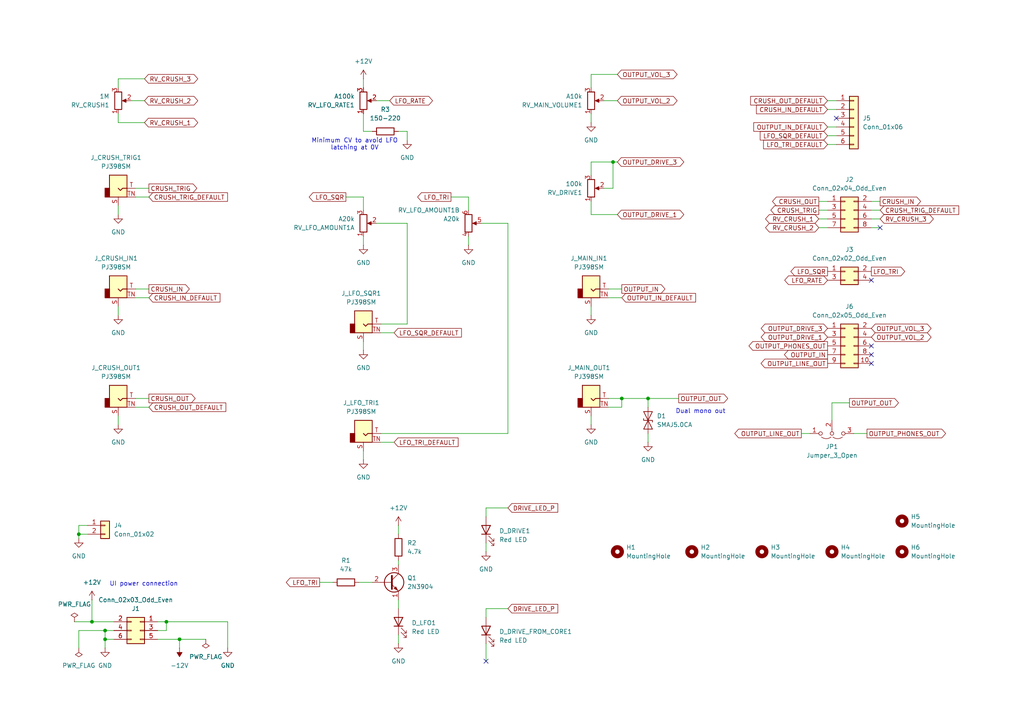
<source format=kicad_sch>
(kicad_sch (version 20250114) (generator "eeschema") (generator_version "9.0")
  (paper "A4")
  (title_block (title "Hog Moduleur Sidechain Mixer UI") (date "2025-07-06") (rev "v0.1") (company "Shmøergh"))
  (lib_symbols
    (symbol "Connector_Generic:Conn_01x02" (pin_names (offset 1.016) (hide yes))
      (property "Reference" "J" (at 0 2.54 0))
      (property "Value" "Conn_01x02" (at 0 -5.08 0))
      (symbol "Conn_01x02_1_1"
        (rectangle (start -1.27 1.27) (end 1.27 -3.81) (stroke (width 0.254)) (fill (type background)))
        (rectangle (start -1.27 0.127) (end 0 -0.127) (stroke (width 0.1524)))
        (rectangle (start -1.27 -2.413) (end 0 -2.667) (stroke (width 0.1524)))
        (pin passive line (at -5.08 0 0) (length 3.81) (name "Pin_1") (number "1"))
        (pin passive line (at -5.08 -2.54 0) (length 3.81) (name "Pin_2") (number "2"))
      )
    )
    (symbol "Connector_Generic:Conn_01x06" (pin_names (offset 1.016) (hide yes))
      (property "Reference" "J" (at 0 7.62 0))
      (property "Value" "Conn_01x06" (at 0 -10.16 0))
      (symbol "Conn_01x06_1_1"
        (rectangle (start -1.27 6.35) (end 1.27 -8.89) (stroke (width 0.254)) (fill (type background)))
        (rectangle (start -1.27 5.207) (end 0 4.953) (stroke (width 0.1524)))
        (rectangle (start -1.27 2.667) (end 0 2.413) (stroke (width 0.1524)))
        (rectangle (start -1.27 0.127) (end 0 -0.127) (stroke (width 0.1524)))
        (rectangle (start -1.27 -2.413) (end 0 -2.667) (stroke (width 0.1524)))
        (rectangle (start -1.27 -4.953) (end 0 -5.207) (stroke (width 0.1524)))
        (rectangle (start -1.27 -7.493) (end 0 -7.747) (stroke (width 0.1524)))
        (pin passive line (at -5.08 5.08 0) (length 3.81) (name "Pin_1") (number "1"))
        (pin passive line (at -5.08 2.54 0) (length 3.81) (name "Pin_2") (number "2"))
        (pin passive line (at -5.08 0 0) (length 3.81) (name "Pin_3") (number "3"))
        (pin passive line (at -5.08 -2.54 0) (length 3.81) (name "Pin_4") (number "4"))
        (pin passive line (at -5.08 -5.08 0) (length 3.81) (name "Pin_5") (number "5"))
        (pin passive line (at -5.08 -7.62 0) (length 3.81) (name "Pin_6") (number "6"))
      )
    )
    (symbol "Connector_Generic:Conn_02x02_Odd_Even" (pin_names (offset 1.016) (hide yes))
      (property "Reference" "J" (at 1.27 2.54 0))
      (property "Value" "Conn_02x02_Odd_Even" (at 1.27 -5.08 0))
      (symbol "Conn_02x02_Odd_Even_1_1"
        (rectangle (start -1.27 1.27) (end 3.81 -3.81) (stroke (width 0.254)) (fill (type background)))
        (rectangle (start -1.27 0.127) (end 0 -0.127) (stroke (width 0.1524)))
        (rectangle (start -1.27 -2.413) (end 0 -2.667) (stroke (width 0.1524)))
        (rectangle (start 3.81 0.127) (end 2.54 -0.127) (stroke (width 0.1524)))
        (rectangle (start 3.81 -2.413) (end 2.54 -2.667) (stroke (width 0.1524)))
        (pin passive line (at -5.08 0 0) (length 3.81) (name "Pin_1") (number "1"))
        (pin passive line (at -5.08 -2.54 0) (length 3.81) (name "Pin_3") (number "3"))
        (pin passive line (at 7.62 0 180) (length 3.81) (name "Pin_2") (number "2"))
        (pin passive line (at 7.62 -2.54 180) (length 3.81) (name "Pin_4") (number "4"))
      )
    )
    (symbol "Connector_Generic:Conn_02x03_Odd_Even" (pin_names (offset 1.016) (hide yes))
      (property "Reference" "J" (at 1.27 5.08 0))
      (property "Value" "Conn_02x03_Odd_Even" (at 1.27 -5.08 0))
      (symbol "Conn_02x03_Odd_Even_1_1"
        (rectangle (start -1.27 3.81) (end 3.81 -3.81) (stroke (width 0.254)) (fill (type background)))
        (rectangle (start -1.27 2.667) (end 0 2.413) (stroke (width 0.1524)))
        (rectangle (start -1.27 0.127) (end 0 -0.127) (stroke (width 0.1524)))
        (rectangle (start -1.27 -2.413) (end 0 -2.667) (stroke (width 0.1524)))
        (rectangle (start 3.81 2.667) (end 2.54 2.413) (stroke (width 0.1524)))
        (rectangle (start 3.81 0.127) (end 2.54 -0.127) (stroke (width 0.1524)))
        (rectangle (start 3.81 -2.413) (end 2.54 -2.667) (stroke (width 0.1524)))
        (pin passive line (at -5.08 2.54 0) (length 3.81) (name "Pin_1") (number "1"))
        (pin passive line (at -5.08 0 0) (length 3.81) (name "Pin_3") (number "3"))
        (pin passive line (at -5.08 -2.54 0) (length 3.81) (name "Pin_5") (number "5"))
        (pin passive line (at 7.62 2.54 180) (length 3.81) (name "Pin_2") (number "2"))
        (pin passive line (at 7.62 0 180) (length 3.81) (name "Pin_4") (number "4"))
        (pin passive line (at 7.62 -2.54 180) (length 3.81) (name "Pin_6") (number "6"))
      )
    )
    (symbol "Connector_Generic:Conn_02x04_Odd_Even" (pin_names (offset 1.016) (hide yes))
      (property "Reference" "J" (at 1.27 5.08 0))
      (property "Value" "Conn_02x04_Odd_Even" (at 1.27 -7.62 0))
      (symbol "Conn_02x04_Odd_Even_1_1"
        (rectangle (start -1.27 3.81) (end 3.81 -6.35) (stroke (width 0.254)) (fill (type background)))
        (rectangle (start -1.27 2.667) (end 0 2.413) (stroke (width 0.1524)))
        (rectangle (start -1.27 0.127) (end 0 -0.127) (stroke (width 0.1524)))
        (rectangle (start -1.27 -2.413) (end 0 -2.667) (stroke (width 0.1524)))
        (rectangle (start -1.27 -4.953) (end 0 -5.207) (stroke (width 0.1524)))
        (rectangle (start 3.81 2.667) (end 2.54 2.413) (stroke (width 0.1524)))
        (rectangle (start 3.81 0.127) (end 2.54 -0.127) (stroke (width 0.1524)))
        (rectangle (start 3.81 -2.413) (end 2.54 -2.667) (stroke (width 0.1524)))
        (rectangle (start 3.81 -4.953) (end 2.54 -5.207) (stroke (width 0.1524)))
        (pin passive line (at -5.08 2.54 0) (length 3.81) (name "Pin_1") (number "1"))
        (pin passive line (at -5.08 0 0) (length 3.81) (name "Pin_3") (number "3"))
        (pin passive line (at -5.08 -2.54 0) (length 3.81) (name "Pin_5") (number "5"))
        (pin passive line (at -5.08 -5.08 0) (length 3.81) (name "Pin_7") (number "7"))
        (pin passive line (at 7.62 2.54 180) (length 3.81) (name "Pin_2") (number "2"))
        (pin passive line (at 7.62 0 180) (length 3.81) (name "Pin_4") (number "4"))
        (pin passive line (at 7.62 -2.54 180) (length 3.81) (name "Pin_6") (number "6"))
        (pin passive line (at 7.62 -5.08 180) (length 3.81) (name "Pin_8") (number "8"))
      )
    )
    (symbol "Connector_Generic:Conn_02x05_Odd_Even" (pin_names (offset 1.016) (hide yes))
      (property "Reference" "J" (at 1.27 7.62 0))
      (property "Value" "Conn_02x05_Odd_Even" (at 1.27 -7.62 0))
      (symbol "Conn_02x05_Odd_Even_1_1"
        (rectangle (start -1.27 6.35) (end 3.81 -6.35) (stroke (width 0.254)) (fill (type background)))
        (rectangle (start -1.27 5.207) (end 0 4.953) (stroke (width 0.1524)))
        (rectangle (start -1.27 2.667) (end 0 2.413) (stroke (width 0.1524)))
        (rectangle (start -1.27 0.127) (end 0 -0.127) (stroke (width 0.1524)))
        (rectangle (start -1.27 -2.413) (end 0 -2.667) (stroke (width 0.1524)))
        (rectangle (start -1.27 -4.953) (end 0 -5.207) (stroke (width 0.1524)))
        (rectangle (start 3.81 5.207) (end 2.54 4.953) (stroke (width 0.1524)))
        (rectangle (start 3.81 2.667) (end 2.54 2.413) (stroke (width 0.1524)))
        (rectangle (start 3.81 0.127) (end 2.54 -0.127) (stroke (width 0.1524)))
        (rectangle (start 3.81 -2.413) (end 2.54 -2.667) (stroke (width 0.1524)))
        (rectangle (start 3.81 -4.953) (end 2.54 -5.207) (stroke (width 0.1524)))
        (pin passive line (at -5.08 5.08 0) (length 3.81) (name "Pin_1") (number "1"))
        (pin passive line (at -5.08 2.54 0) (length 3.81) (name "Pin_3") (number "3"))
        (pin passive line (at -5.08 0 0) (length 3.81) (name "Pin_5") (number "5"))
        (pin passive line (at -5.08 -2.54 0) (length 3.81) (name "Pin_7") (number "7"))
        (pin passive line (at -5.08 -5.08 0) (length 3.81) (name "Pin_9") (number "9"))
        (pin passive line (at 7.62 5.08 180) (length 3.81) (name "Pin_2") (number "2"))
        (pin passive line (at 7.62 2.54 180) (length 3.81) (name "Pin_4") (number "4"))
        (pin passive line (at 7.62 0 180) (length 3.81) (name "Pin_6") (number "6"))
        (pin passive line (at 7.62 -2.54 180) (length 3.81) (name "Pin_8") (number "8"))
        (pin passive line (at 7.62 -5.08 180) (length 3.81) (name "Pin_10") (number "10"))
      )
    )
    (symbol "Device:LED" (pin_numbers (hide yes)) (pin_names (offset 1.016) (hide yes))
      (property "Reference" "D" (at 0 2.54 0))
      (property "Value" "LED" (at 0 -2.54 0))
      (symbol "LED_0_1"
        (polyline (pts (xy -3.048 -0.762) (xy -4.572 -2.286) (xy -3.81 -2.286) (xy -4.572 -2.286) (xy -4.572 -1.524)))
        (polyline (pts (xy -1.778 -0.762) (xy -3.302 -2.286) (xy -2.54 -2.286) (xy -3.302 -2.286) (xy -3.302 -1.524)))
        (polyline (pts (xy -1.27 0) (xy 1.27 0)))
        (polyline (pts (xy -1.27 -1.27) (xy -1.27 1.27)) (stroke (width 0.254)))
        (polyline (pts (xy 1.27 -1.27) (xy 1.27 1.27) (xy -1.27 0) (xy 1.27 -1.27)) (stroke (width 0.254)))
      )
      (symbol "LED_1_1"
        (pin passive line (at -3.81 0 0) (length 2.54) (name "K") (number "1"))
        (pin passive line (at 3.81 0 180) (length 2.54) (name "A") (number "2"))
      )
    )
    (symbol "Device:R" (pin_numbers (hide yes)) (pin_names (offset 0))
      (property "Reference" "R" (at 2.032 0 90))
      (property "Value" "R" (at 0 0 90))
      (symbol "R_0_1"
        (rectangle (start -1.016 -2.54) (end 1.016 2.54) (stroke (width 0.254)))
      )
      (symbol "R_1_1"
        (pin passive line (at 0 3.81 270) (length 1.27) (name "~") (number "1"))
        (pin passive line (at 0 -3.81 90) (length 1.27) (name "~") (number "2"))
      )
    )
    (symbol "Device:R_Potentiometer" (pin_names (offset 1.016) (hide yes))
      (property "Reference" "RV" (at -4.445 0 90))
      (property "Value" "R_Potentiometer" (at -2.54 0 90))
      (symbol "R_Potentiometer_0_1"
        (rectangle (start 1.016 2.54) (end -1.016 -2.54) (stroke (width 0.254)))
        (polyline (pts (xy 1.143 0) (xy 2.286 0.508) (xy 2.286 -0.508) (xy 1.143 0)) (fill (type outline)))
        (polyline (pts (xy 2.54 0) (xy 1.524 0)))
      )
      (symbol "R_Potentiometer_1_1"
        (pin passive line (at 0 3.81 270) (length 1.27) (name "1") (number "1"))
        (pin passive line (at 0 -3.81 90) (length 1.27) (name "3") (number "3"))
        (pin passive line (at 3.81 0 180) (length 1.27) (name "2") (number "2"))
      )
    )
    (symbol "Device:R_Potentiometer_Dual_Separate" (pin_names (offset 1.016) (hide yes))
      (property "Reference" "RV" (at -4.445 0 90))
      (property "Value" "R_Potentiometer_Dual_Separate" (at -2.54 0 90))
      (symbol "R_Potentiometer_Dual_Separate_0_1"
        (rectangle (start 1.016 2.54) (end -1.016 -2.54) (stroke (width 0.254)))
        (polyline (pts (xy 1.143 0) (xy 2.286 0.508) (xy 2.286 -0.508) (xy 1.143 0)) (fill (type outline)))
        (polyline (pts (xy 2.54 0) (xy 1.524 0)))
      )
      (symbol "R_Potentiometer_Dual_Separate_1_1"
        (pin passive line (at 0 3.81 270) (length 1.27) (name "1") (number "1"))
        (pin passive line (at 0 -3.81 90) (length 1.27) (name "3") (number "3"))
        (pin passive line (at 3.81 0 180) (length 1.27) (name "2") (number "2"))
      )
      (symbol "R_Potentiometer_Dual_Separate_2_1"
        (pin passive line (at 0 3.81 270) (length 1.27) (name "4") (number "4"))
        (pin passive line (at 0 -3.81 90) (length 1.27) (name "6") (number "6"))
        (pin passive line (at 3.81 0 180) (length 1.27) (name "5") (number "5"))
      )
    )
    (symbol "Diode:SMAJ5.0CA" (pin_numbers (hide yes)) (pin_names (offset 1.016) (hide yes))
      (property "Reference" "D" (at 0 2.54 0))
      (property "Value" "SMAJ5.0CA" (at 0 -2.54 0))
      (symbol "SMAJ5.0CA_0_1"
        (polyline (pts (xy -2.54 -1.27) (xy 0 0) (xy -2.54 1.27) (xy -2.54 -1.27)) (stroke (width 0.2032)))
        (polyline (pts (xy 0.508 1.27) (xy 0 1.27) (xy 0 -1.27) (xy -0.508 -1.27)) (stroke (width 0.2032)))
        (polyline (pts (xy 1.27 0) (xy -1.27 0)))
        (polyline (pts (xy 2.54 1.27) (xy 2.54 -1.27) (xy 0 0) (xy 2.54 1.27)) (stroke (width 0.2032)))
      )
      (symbol "SMAJ5.0CA_1_1"
        (pin passive line (at -3.81 0 0) (length 2.54) (name "A1") (number "1"))
        (pin passive line (at 3.81 0 180) (length 2.54) (name "A2") (number "2"))
      )
    )
    (symbol "Jumper:Jumper_3_Open" (pin_names (offset 0) (hide yes)) (in_bom no)
      (property "Reference" "JP" (at -2.54 -2.54 0))
      (property "Value" "Jumper_3_Open" (at 0 2.794 0))
      (symbol "Jumper_3_Open_0_0"
        (circle (center -3.302 0) (radius 0.508))
        (circle (center 0 0) (radius 0.508))
        (circle (center 3.302 0) (radius 0.508))
      )
      (symbol "Jumper_3_Open_0_1"
        (arc (start -3.048 1.016) (mid -1.651 1.4992) (end -0.254 1.016))
        (polyline (pts (xy 0 -0.508) (xy 0 -1.27)))
        (arc (start 0.254 1.016) (mid 1.651 1.4992) (end 3.048 1.016))
      )
      (symbol "Jumper_3_Open_1_1"
        (pin passive line (at -6.35 0 0) (length 2.54) (name "A") (number "1"))
        (pin passive line (at 0 -3.81 90) (length 2.54) (name "C") (number "2"))
        (pin passive line (at 6.35 0 180) (length 2.54) (name "B") (number "3"))
      )
    )
    (symbol "Mechanical:MountingHole" (pin_names (offset 1.016)) (in_bom no)
      (property "Reference" "H" (at 0 5.08 0))
      (property "Value" "MountingHole" (at 0 3.175 0))
      (symbol "MountingHole_0_1"
        (circle (center 0 0) (radius 1.27) (stroke (width 1.27)))
      )
    )
    (symbol "Shmoergh-Custom-Components:AudioJack2_Thonkiconn_S"
      (property "Reference" "J" (at 0 8.89 0))
      (property "Value" "AudioJack2_Thonkiconn" (at 0 6.35 0))
      (symbol "AudioJack2_Thonkiconn_S_0_1"
        (rectangle (start -2.54 -2.54) (end -3.81 0) (stroke (width 0.254)) (fill (type outline)))
        (polyline (pts (xy 0 0) (xy 0.635 -0.635) (xy 1.27 0) (xy 2.54 0)) (stroke (width 0.254)))
        (rectangle (start 2.54 3.81) (end -2.54 -2.54) (stroke (width 0.254)) (fill (type background)))
      )
      (symbol "AudioJack2_Thonkiconn_S_1_1"
        (pin passive line (at 0 -5.08 90) (length 2.54) (name "~") (number "S"))
        (pin bidirectional line (at 5.08 0 180) (length 2.54) (name "~") (number "T"))
        (pin passive line (at 5.08 -2.54 180) (length 2.54) (name "~") (number "TN"))
      )
    )
    (symbol "Transistor_BJT:2N3904" (pin_names (offset 0) (hide yes))
      (property "Reference" "Q" (at 5.08 1.905 0))
      (property "Value" "2N3904" (at 5.08 0 0))
      (symbol "2N3904_0_1"
        (polyline (pts (xy -2.54 0) (xy 0.635 0)))
        (polyline (pts (xy 0.635 1.905) (xy 0.635 -1.905)) (stroke (width 0.508)))
        (circle (center 1.27 0) (radius 2.8194) (stroke (width 0.254)))
      )
      (symbol "2N3904_1_1"
        (polyline (pts (xy 0.635 0.635) (xy 2.54 2.54)))
        (polyline (pts (xy 0.635 -0.635) (xy 2.54 -2.54)))
        (polyline (pts (xy 1.27 -1.778) (xy 1.778 -1.27) (xy 2.286 -2.286) (xy 1.27 -1.778)) (fill (type outline)))
        (pin input line (at -5.08 0 0) (length 2.54) (name "B") (number "2"))
        (pin passive line (at 2.54 5.08 270) (length 2.54) (name "C") (number "3"))
        (pin passive line (at 2.54 -5.08 90) (length 2.54) (name "E") (number "1"))
      )
    )
    (symbol "power:+12V" (power) (pin_numbers (hide yes)) (pin_names (offset 0) (hide yes))
      (property "Value" "+12V" (at 0 3.556 0))
      (symbol "+12V_0_1"
        (polyline (pts (xy -0.762 1.27) (xy 0 2.54)))
        (polyline (pts (xy 0 2.54) (xy 0.762 1.27)))
        (polyline (pts (xy 0 0) (xy 0 2.54)))
      )
      (symbol "+12V_1_1"
        (pin power_in line (at 0 0 90) (length 0) (name "~") (number "1"))
      )
    )
    (symbol "power:-12V" (power) (pin_numbers (hide yes)) (pin_names (offset 0) (hide yes))
      (property "Value" "-12V" (at 0 3.556 0))
      (symbol "-12V_0_0"
        (pin power_in line (at 0 0 90) (length 0) (name "~") (number "1"))
      )
      (symbol "-12V_0_1"
        (polyline (pts (xy 0 0) (xy 0 1.27) (xy 0.762 1.27) (xy 0 2.54) (xy -0.762 1.27) (xy 0 1.27)) (fill (type outline)))
      )
    )
    (symbol "power:GND" (power) (pin_numbers (hide yes)) (pin_names (offset 0) (hide yes))
      (property "Value" "GND" (at 0 -3.81 0))
      (symbol "GND_0_1"
        (polyline (pts (xy 0 0) (xy 0 -1.27) (xy 1.27 -1.27) (xy 0 -2.54) (xy -1.27 -1.27) (xy 0 -1.27)))
      )
      (symbol "GND_1_1"
        (pin power_in line (at 0 0 270) (length 0) (name "~") (number "1"))
      )
    )
    (symbol "power:PWR_FLAG" (power) (pin_numbers (hide yes)) (pin_names (offset 0) (hide yes))
      (property "Value" "PWR_FLAG" (at 0 3.81 0))
      (symbol "PWR_FLAG_0_0"
        (pin power_out line (at 0 0 90) (length 0) (name "~") (number "1"))
      )
      (symbol "PWR_FLAG_0_1"
        (polyline (pts (xy 0 0) (xy 0 1.27) (xy -1.016 1.905) (xy 0 2.54) (xy 1.016 1.905) (xy 0 1.27)))
      )
    )
  )
  (text "Dual mono out" (at 203.2 119.38 0) (effects (font (size 1.27 1.27))))
  (text "UI power connection" (at 31.75 170.18 0) (effects (font (size 1.27 1.27)) (justify left bottom)))
  (text "Minimum CV to avoid LFO\nlatching at 0V" (at 102.87 41.91 0) (effects (font (size 1.27 1.27))))
  (junction (at 177.8 46.99))
  (junction (at 22.86 154.94))
  (junction (at 30.48 182.88))
  (junction (at 180.34 115.57))
  (junction (at 52.07 185.42))
  (junction (at 187.96 115.57))
  (junction (at 48.26 180.34))
  (junction (at 26.67 180.34))
  (junction (at 30.48 185.42))
  (no_connect (at 140.97 191.77))
  (no_connect (at 252.73 81.28))
  (no_connect (at 255.27 66.04))
  (no_connect (at 242.57 34.29))
  (no_connect (at 252.73 102.87))
  (no_connect (at 252.73 105.41))
  (no_connect (at 252.73 100.33))
  (wire (pts (xy 246.38 116.84) (xy 241.3 116.84)))
  (wire (pts (xy 114.3 96.52) (xy 110.49 96.52)))
  (wire (pts (xy 255.27 60.96) (xy 252.73 60.96)))
  (wire (pts (xy 187.96 115.57) (xy 196.85 115.57)))
  (wire (pts (xy 52.07 187.96) (xy 52.07 185.42)))
  (wire (pts (xy 237.49 58.42) (xy 240.03 58.42)))
  (wire (pts (xy 105.41 33.02) (xy 105.41 38.1)))
  (wire (pts (xy 105.41 22.86) (xy 105.41 25.4)))
  (wire (pts (xy 115.57 186.69) (xy 115.57 184.15)))
  (wire (pts (xy 237.49 66.04) (xy 240.03 66.04)))
  (wire (pts (xy 115.57 162.56) (xy 115.57 163.83)))
  (wire (pts (xy 43.18 118.11) (xy 39.37 118.11)))
  (wire (pts (xy 59.69 185.42) (xy 52.07 185.42)))
  (wire (pts (xy 135.89 68.58) (xy 135.89 71.12)))
  (wire (pts (xy 100.33 57.15) (xy 105.41 57.15)))
  (wire (pts (xy 45.72 185.42) (xy 52.07 185.42)))
  (wire (pts (xy 39.37 83.82) (xy 43.18 83.82)))
  (wire (pts (xy 240.03 41.91) (xy 242.57 41.91)))
  (wire (pts (xy 237.49 63.5) (xy 240.03 63.5)))
  (wire (pts (xy 171.45 62.23) (xy 171.45 58.42)))
  (wire (pts (xy 118.11 38.1) (xy 118.11 40.64)))
  (wire (pts (xy 105.41 68.58) (xy 105.41 71.12)))
  (wire (pts (xy 22.86 154.94) (xy 25.4 154.94)))
  (wire (pts (xy 34.29 22.86) (xy 34.29 25.4)))
  (wire (pts (xy 43.18 57.15) (xy 39.37 57.15)))
  (wire (pts (xy 176.53 115.57) (xy 180.34 115.57)))
  (wire (pts (xy 180.34 115.57) (xy 187.96 115.57)))
  (wire (pts (xy 115.57 176.53) (xy 115.57 173.99)))
  (wire (pts (xy 26.67 180.34) (xy 33.02 180.34)))
  (wire (pts (xy 39.37 54.61) (xy 43.18 54.61)))
  (wire (pts (xy 240.03 31.75) (xy 242.57 31.75)))
  (wire (pts (xy 255.27 58.42) (xy 252.73 58.42)))
  (wire (pts (xy 92.71 168.91) (xy 96.52 168.91)))
  (wire (pts (xy 147.32 64.77) (xy 147.32 125.73)))
  (wire (pts (xy 25.4 152.4) (xy 22.86 152.4)))
  (wire (pts (xy 43.18 86.36) (xy 39.37 86.36)))
  (wire (pts (xy 105.41 99.06) (xy 105.41 101.6)))
  (wire (pts (xy 104.14 168.91) (xy 107.95 168.91)))
  (wire (pts (xy 171.45 120.65) (xy 171.45 123.19)))
  (wire (pts (xy 105.41 57.15) (xy 105.41 60.96)))
  (wire (pts (xy 114.3 128.27) (xy 110.49 128.27)))
  (wire (pts (xy 105.41 38.1) (xy 107.95 38.1)))
  (wire (pts (xy 187.96 128.27) (xy 187.96 125.73)))
  (wire (pts (xy 105.41 130.81) (xy 105.41 133.35)))
  (wire (pts (xy 187.96 115.57) (xy 187.96 118.11)))
  (wire (pts (xy 240.03 36.83) (xy 242.57 36.83)))
  (wire (pts (xy 109.22 29.21) (xy 113.03 29.21)))
  (wire (pts (xy 171.45 88.9) (xy 171.45 91.44)))
  (wire (pts (xy 109.22 64.77) (xy 118.11 64.77)))
  (wire (pts (xy 22.86 152.4) (xy 22.86 154.94)))
  (wire (pts (xy 39.37 115.57) (xy 43.18 115.57)))
  (wire (pts (xy 26.67 173.99) (xy 26.67 180.34)))
  (wire (pts (xy 110.49 125.73) (xy 147.32 125.73)))
  (wire (pts (xy 176.53 83.82) (xy 180.34 83.82)))
  (wire (pts (xy 34.29 35.56) (xy 34.29 33.02)))
  (wire (pts (xy 139.7 64.77) (xy 147.32 64.77)))
  (wire (pts (xy 255.27 66.04) (xy 252.73 66.04)))
  (wire (pts (xy 48.26 180.34) (xy 45.72 180.34)))
  (wire (pts (xy 21.59 180.34) (xy 26.67 180.34)))
  (wire (pts (xy 140.97 147.32) (xy 140.97 149.86)))
  (wire (pts (xy 255.27 63.5) (xy 252.73 63.5)))
  (wire (pts (xy 22.86 182.88) (xy 30.48 182.88)))
  (wire (pts (xy 115.57 152.4) (xy 115.57 154.94)))
  (wire (pts (xy 110.49 93.98) (xy 118.11 93.98)))
  (wire (pts (xy 179.07 29.21) (xy 175.26 29.21)))
  (wire (pts (xy 41.91 22.86) (xy 34.29 22.86)))
  (wire (pts (xy 179.07 46.99) (xy 177.8 46.99)))
  (wire (pts (xy 66.04 187.96) (xy 66.04 180.34)))
  (wire (pts (xy 48.26 182.88) (xy 48.26 180.34)))
  (wire (pts (xy 140.97 160.02) (xy 140.97 157.48)))
  (wire (pts (xy 240.03 39.37) (xy 242.57 39.37)))
  (wire (pts (xy 38.1 29.21) (xy 41.91 29.21)))
  (wire (pts (xy 240.03 29.21) (xy 242.57 29.21)))
  (wire (pts (xy 180.34 86.36) (xy 176.53 86.36)))
  (wire (pts (xy 115.57 38.1) (xy 118.11 38.1)))
  (wire (pts (xy 33.02 185.42) (xy 30.48 185.42)))
  (wire (pts (xy 171.45 46.99) (xy 171.45 50.8)))
  (wire (pts (xy 179.07 21.59) (xy 171.45 21.59)))
  (wire (pts (xy 34.29 59.69) (xy 34.29 62.23)))
  (wire (pts (xy 171.45 21.59) (xy 171.45 25.4)))
  (wire (pts (xy 237.49 60.96) (xy 240.03 60.96)))
  (wire (pts (xy 41.91 35.56) (xy 34.29 35.56)))
  (wire (pts (xy 180.34 115.57) (xy 180.34 118.11)))
  (wire (pts (xy 66.04 180.34) (xy 48.26 180.34)))
  (wire (pts (xy 179.07 62.23) (xy 171.45 62.23)))
  (wire (pts (xy 30.48 182.88) (xy 33.02 182.88)))
  (wire (pts (xy 175.26 54.61) (xy 177.8 54.61)))
  (wire (pts (xy 34.29 120.65) (xy 34.29 123.19)))
  (wire (pts (xy 171.45 35.56) (xy 171.45 33.02)))
  (wire (pts (xy 140.97 176.53) (xy 147.32 176.53)))
  (wire (pts (xy 30.48 185.42) (xy 30.48 182.88)))
  (wire (pts (xy 177.8 54.61) (xy 177.8 46.99)))
  (wire (pts (xy 22.86 187.96) (xy 22.86 182.88)))
  (wire (pts (xy 118.11 64.77) (xy 118.11 93.98)))
  (wire (pts (xy 247.65 125.73) (xy 251.46 125.73)))
  (wire (pts (xy 22.86 154.94) (xy 22.86 156.21)))
  (wire (pts (xy 30.48 187.96) (xy 30.48 185.42)))
  (wire (pts (xy 180.34 118.11) (xy 176.53 118.11)))
  (wire (pts (xy 45.72 182.88) (xy 48.26 182.88)))
  (wire (pts (xy 140.97 191.77) (xy 140.97 186.69)))
  (wire (pts (xy 177.8 46.99) (xy 171.45 46.99)))
  (wire (pts (xy 140.97 147.32) (xy 147.32 147.32)))
  (wire (pts (xy 135.89 57.15) (xy 135.89 60.96)))
  (wire (pts (xy 232.41 125.73) (xy 234.95 125.73)))
  (wire (pts (xy 241.3 116.84) (xy 241.3 121.92)))
  (wire (pts (xy 34.29 88.9) (xy 34.29 91.44)))
  (wire (pts (xy 130.81 57.15) (xy 135.89 57.15)))
  (wire (pts (xy 140.97 176.53) (xy 140.97 179.07)))
  (global_label "LFO_SQR_DEFAULT" (shape input) (at 240.03 39.37 180) (property "Intersheetrefs" "${INTERSHEET_REFS}" (effects (hide yes))))
  (global_label "RV_CRUSH_1" (shape bidirectional) (at 41.91 35.56 0) (property "Intersheetrefs" "${INTERSHEET_REFS}" (effects (hide yes))))
  (global_label "OUTPUT_DRIVE_1" (shape bidirectional) (at 240.03 97.79 180) (property "Intersheetrefs" "${INTERSHEET_REFS}" (effects (hide yes))))
  (global_label "LFO_TRI" (shape output) (at 252.73 78.74 0) (property "Intersheetrefs" "${INTERSHEET_REFS}" (effects (hide yes))))
  (global_label "OUTPUT_OUT" (shape output) (at 196.85 115.57 0) (property "Intersheetrefs" "${INTERSHEET_REFS}" (effects (hide yes))))
  (global_label "RV_CRUSH_3" (shape bidirectional) (at 255.27 63.5 0) (property "Intersheetrefs" "${INTERSHEET_REFS}" (effects (hide yes))))
  (global_label "OUTPUT_VOL_2" (shape bidirectional) (at 252.73 97.79 0) (property "Intersheetrefs" "${INTERSHEET_REFS}" (effects (hide yes))))
  (global_label "CRUSH_TRIG_DEFAULT" (shape input) (at 255.27 60.96 0) (property "Intersheetrefs" "${INTERSHEET_REFS}" (effects (hide yes))))
  (global_label "CRUSH_OUT_DEFAULT" (shape input) (at 240.03 29.21 180) (property "Intersheetrefs" "${INTERSHEET_REFS}" (effects (hide yes))))
  (global_label "CRUSH_TRIG" (shape output) (at 237.49 60.96 180) (property "Intersheetrefs" "${INTERSHEET_REFS}" (effects (hide yes))))
  (global_label "RV_CRUSH_2" (shape bidirectional) (at 237.49 66.04 180) (property "Intersheetrefs" "${INTERSHEET_REFS}" (effects (hide yes))))
  (global_label "OUTPUT_PHONES_OUT" (shape output) (at 240.03 100.33 180) (property "Intersheetrefs" "${INTERSHEET_REFS}" (effects (hide yes))))
  (global_label "RV_CRUSH_2" (shape bidirectional) (at 41.91 29.21 0) (property "Intersheetrefs" "${INTERSHEET_REFS}" (effects (hide yes))))
  (global_label "LFO_RATE" (shape bidirectional) (at 240.03 81.28 180) (property "Intersheetrefs" "${INTERSHEET_REFS}" (effects (hide yes))))
  (global_label "CRUSH_IN_DEFAULT" (shape input) (at 43.18 86.36 0) (property "Intersheetrefs" "${INTERSHEET_REFS}" (effects (hide yes))))
  (global_label "LFO_TRI" (shape output) (at 92.71 168.91 180) (property "Intersheetrefs" "${INTERSHEET_REFS}" (effects (hide yes))))
  (global_label "OUTPUT_DRIVE_3" (shape bidirectional) (at 240.03 95.25 180) (property "Intersheetrefs" "${INTERSHEET_REFS}" (effects (hide yes))))
  (global_label "CRUSH_IN" (shape output) (at 43.18 83.82 0) (property "Intersheetrefs" "${INTERSHEET_REFS}" (effects (hide yes))))
  (global_label "DRIVE_LED_P" (shape input) (at 147.32 176.53 0) (property "Intersheetrefs" "${INTERSHEET_REFS}" (effects (hide yes))))
  (global_label "LFO_TRI_DEFAULT" (shape input) (at 240.03 41.91 180) (property "Intersheetrefs" "${INTERSHEET_REFS}" (effects (hide yes))))
  (global_label "OUTPUT_IN" (shape output) (at 240.03 102.87 180) (property "Intersheetrefs" "${INTERSHEET_REFS}" (effects (hide yes))))
  (global_label "OUTPUT_LINE_OUT" (shape output) (at 240.03 105.41 180) (property "Intersheetrefs" "${INTERSHEET_REFS}" (effects (hide yes))))
  (global_label "OUTPUT_IN_DEFAULT" (shape input) (at 240.03 36.83 180) (property "Intersheetrefs" "${INTERSHEET_REFS}" (effects (hide yes))))
  (global_label "CRUSH_IN" (shape output) (at 255.27 58.42 0) (property "Intersheetrefs" "${INTERSHEET_REFS}" (effects (hide yes))))
  (global_label "LFO_SQR" (shape output) (at 240.03 78.74 180) (property "Intersheetrefs" "${INTERSHEET_REFS}" (effects (hide yes))))
  (global_label "OUTPUT_OUT" (shape output) (at 246.38 116.84 0) (property "Intersheetrefs" "${INTERSHEET_REFS}" (effects (hide yes))))
  (global_label "LFO_SQR_DEFAULT" (shape input) (at 114.3 96.52 0) (property "Intersheetrefs" "${INTERSHEET_REFS}" (effects (hide yes))))
  (global_label "RV_CRUSH_3" (shape bidirectional) (at 41.91 22.86 0) (property "Intersheetrefs" "${INTERSHEET_REFS}" (effects (hide yes))))
  (global_label "OUTPUT_DRIVE_1" (shape bidirectional) (at 179.07 62.23 0) (property "Intersheetrefs" "${INTERSHEET_REFS}" (effects (hide yes))))
  (global_label "CRUSH_TRIG" (shape output) (at 43.18 54.61 0) (property "Intersheetrefs" "${INTERSHEET_REFS}" (effects (hide yes))))
  (global_label "CRUSH_OUT_DEFAULT" (shape input) (at 43.18 118.11 0) (property "Intersheetrefs" "${INTERSHEET_REFS}" (effects (hide yes))))
  (global_label "CRUSH_TRIG_DEFAULT" (shape input) (at 43.18 57.15 0) (property "Intersheetrefs" "${INTERSHEET_REFS}" (effects (hide yes))))
  (global_label "LFO_TRI" (shape output) (at 130.81 57.15 180) (property "Intersheetrefs" "${INTERSHEET_REFS}" (effects (hide yes))))
  (global_label "OUTPUT_PHONES_OUT" (shape output) (at 251.46 125.73 0) (property "Intersheetrefs" "${INTERSHEET_REFS}" (effects (hide yes))))
  (global_label "CRUSH_OUT" (shape output) (at 237.49 58.42 180) (property "Intersheetrefs" "${INTERSHEET_REFS}" (effects (hide yes))))
  (global_label "OUTPUT_VOL_3" (shape bidirectional) (at 179.07 21.59 0) (property "Intersheetrefs" "${INTERSHEET_REFS}" (effects (hide yes))))
  (global_label "CRUSH_IN_DEFAULT" (shape input) (at 240.03 31.75 180) (property "Intersheetrefs" "${INTERSHEET_REFS}" (effects (hide yes))))
  (global_label "OUTPUT_DRIVE_3" (shape bidirectional) (at 179.07 46.99 0) (property "Intersheetrefs" "${INTERSHEET_REFS}" (effects (hide yes))))
  (global_label "RV_CRUSH_1" (shape bidirectional) (at 237.49 63.5 180) (property "Intersheetrefs" "${INTERSHEET_REFS}" (effects (hide yes))))
  (global_label "LFO_SQR" (shape output) (at 100.33 57.15 180) (property "Intersheetrefs" "${INTERSHEET_REFS}" (effects (hide yes))))
  (global_label "OUTPUT_VOL_3" (shape bidirectional) (at 252.73 95.25 0) (property "Intersheetrefs" "${INTERSHEET_REFS}" (effects (hide yes))))
  (global_label "LFO_RATE" (shape bidirectional) (at 113.03 29.21 0) (property "Intersheetrefs" "${INTERSHEET_REFS}" (effects (hide yes))))
  (global_label "DRIVE_LED_P" (shape input) (at 147.32 147.32 0) (property "Intersheetrefs" "${INTERSHEET_REFS}" (effects (hide yes))))
  (global_label "OUTPUT_IN" (shape output) (at 180.34 83.82 0) (property "Intersheetrefs" "${INTERSHEET_REFS}" (effects (hide yes))))
  (global_label "OUTPUT_LINE_OUT" (shape output) (at 232.41 125.73 180) (property "Intersheetrefs" "${INTERSHEET_REFS}" (effects (hide yes))))
  (global_label "OUTPUT_IN_DEFAULT" (shape input) (at 180.34 86.36 0) (property "Intersheetrefs" "${INTERSHEET_REFS}" (effects (hide yes))))
  (global_label "OUTPUT_VOL_2" (shape bidirectional) (at 179.07 29.21 0) (property "Intersheetrefs" "${INTERSHEET_REFS}" (effects (hide yes))))
  (global_label "CRUSH_OUT" (shape output) (at 43.18 115.57 0) (property "Intersheetrefs" "${INTERSHEET_REFS}" (effects (hide yes))))
  (global_label "LFO_TRI_DEFAULT" (shape input) (at 114.3 128.27 0) (property "Intersheetrefs" "${INTERSHEET_REFS}" (effects (hide yes))))
  (symbol (lib_id "power:+12V") (at 26.67 173.99 0) (unit 1)
    (property "Reference" "#PWR01" (effects (hide yes)))
    (property "Value" "+12V" (at 26.67 168.91 0))
    (property "Description" "Power symbol creates a global label with name \"+12V\"" (effects (hide yes)))
  )
  (symbol (lib_id "power:GND") (at 105.41 71.12 0) (unit 1)
    (property "Reference" "#PWR015" (effects (hide yes)))
    (property "Value" "GND" (at 105.41 76.2 0))
    (property "Description" "Power symbol creates a global label with name \"GND\" , ground" (effects (hide yes)))
  )
  (symbol (lib_id "power:+12V") (at 115.57 152.4 0) (unit 1)
    (property "Reference" "#PWR017" (effects (hide yes)))
    (property "Value" "+12V" (at 115.57 147.32 0))
    (property "Description" "Power symbol creates a global label with name \"+12V\"" (effects (hide yes)))
  )
  (symbol (lib_id "power:GND") (at 34.29 91.44 0) (unit 1)
    (property "Reference" "#PWR02" (effects (hide yes)))
    (property "Value" "GND" (at 34.29 96.52 0))
    (property "Description" "Power symbol creates a global label with name \"GND\" , ground" (effects (hide yes)))
  )
  (symbol (lib_id "Device:R_Potentiometer") (at 171.45 54.61 0) (mirror x) (unit 1)
    (property "Reference" "RV_DRIVE1" (at 168.91 55.8801 0) (effects (justify right)))
    (property "Value" "100k" (at 168.91 53.3401 0) (effects (justify right)))
    (property "Footprint" "Shmoergh_Custom_Footprints:Potentiometer_Bourns_Single-PTV09A" (effects (hide yes)))
    (property "Description" "Potentiometer" (effects (hide yes)))
    (property "Part URL" "https://mou.sr/4694GMU" (effects (hide yes)))
    (property "Vendor" "Mouser" (effects (hide yes)))
    (property "Part no." "652-PTV09A4025FB104" (effects (hide yes)))
  )
  (symbol (lib_id "Connector_Generic:Conn_02x02_Odd_Even") (at 245.11 78.74 0) (unit 1)
    (property "Reference" "J3" (at 246.38 72.39 0))
    (property "Value" "Conn_02x02_Odd_Even" (at 246.38 74.93 0))
    (property "Footprint" "Connector_PinSocket_2.54mm:PinSocket_2x02_P2.54mm_Vertical" (effects (hide yes)))
    (property "Description" "Generic connector, double row, 02x02, odd/even pin numbering scheme (row 1 odd numbers, row 2 even numbers), script generated (kicad-library-utils/schlib/autogen/connector/)" (effects (hide yes)))
  )
  (symbol (lib_id "power:GND") (at 171.45 35.56 0) (unit 1)
    (property "Reference" "#PWR014" (effects (hide yes)))
    (property "Value" "GND" (at 171.45 40.64 0))
    (property "Description" "Power symbol creates a global label with name \"GND\" , ground" (effects (hide yes)))
  )
  (symbol (lib_id "power:GND") (at 140.97 160.02 0) (unit 1)
    (property "Reference" "#PWR019" (effects (hide yes)))
    (property "Value" "GND" (at 140.97 165.1 0))
    (property "Description" "Power symbol creates a global label with name \"GND\" , ground" (effects (hide yes)))
  )
  (symbol (lib_id "Device:LED") (at 115.57 180.34 90) (unit 1)
    (property "Reference" "D_LFO1" (at 119.38 180.6574 90) (effects (justify right)))
    (property "Value" "Red LED" (at 119.38 183.1974 90) (effects (justify right)))
    (property "Footprint" "LED_THT:LED_D3.0mm" (effects (hide yes)))
    (property "Description" "Light emitting diode" (effects (hide yes)))
    (property "Sim.Pins" "1=K 2=A" (effects (hide yes)))
  )
  (symbol (lib_id "power:GND") (at 34.29 123.19 0) (unit 1)
    (property "Reference" "#PWR03" (effects (hide yes)))
    (property "Value" "GND" (at 34.29 128.27 0))
    (property "Description" "Power symbol creates a global label with name \"GND\" , ground" (effects (hide yes)))
  )
  (symbol (lib_id "power:-12V") (at 52.07 187.96 180) (unit 1)
    (property "Reference" "#PWR07" (effects (hide yes)))
    (property "Value" "-12V" (at 52.07 193.04 0))
    (property "Description" "Power symbol creates a global label with name \"-12V\"" (effects (hide yes)))
  )
  (symbol (lib_id "Shmoergh-Custom-Components:AudioJack2_Thonkiconn_S") (at 171.45 83.82 0) (unit 1)
    (property "Reference" "J_MAIN_IN1" (at 170.815 74.93 0))
    (property "Value" "PJ398SM" (at 170.815 77.47 0))
    (property "Footprint" "Shmoergh_Custom_Footprints:Jack_3.5mm_QingPu_WQP-PJ398SM_Vertical_CircularHoles" (effects (hide yes)))
    (property "Description" "Audio Jack, 2 Poles (Mono / TS), Grounded Sleeve" (effects (hide yes)))
    (property "Part URL" "https://www.thonk.co.uk/shop/thonkiconn/" (effects (hide yes)))
    (property "Vendor" "Thonk" (effects (hide yes)))
    (property "Part no." "PJ398SM" (effects (hide yes)))
  )
  (symbol (lib_id "Mechanical:MountingHole") (at 261.62 160.02 0) (unit 1) (in_bom no)
    (property "Reference" "H6" (at 264.16 158.7499 0) (effects (justify left)))
    (property "Value" "MountingHole" (at 264.16 161.2899 0) (effects (justify left)))
    (property "Footprint" "MountingHole:MountingHole_3.2mm_M3_DIN965_Pad" (effects (hide yes)))
    (property "Description" "Mounting Hole without connection" (effects (hide yes)))
    (property "Vendor" "-" (effects (hide yes)))
  )
  (symbol (lib_id "Connector_Generic:Conn_02x03_Odd_Even") (at 40.64 182.88 0) (mirror y) (unit 1)
    (property "Reference" "J1" (at 39.37 176.53 0))
    (property "Value" "Conn_02x03_Odd_Even" (at 39.37 173.99 0))
    (property "Footprint" "Connector_PinSocket_2.54mm:PinSocket_2x03_P2.54mm_Vertical" (effects (hide yes)))
    (property "Description" "Generic connector, double row, 02x03, odd/even pin numbering scheme (row 1 odd numbers, row 2 even numbers), script generated (kicad-library-utils/schlib/autogen/connector/)" (effects (hide yes)))
    (property "Part URL" "https://mou.sr/3GIDVEr" (effects (hide yes)))
    (property "Vendor" "Mouser" (effects (hide yes)))
    (property "Part no." "200-SSW10301TD" (effects (hide yes)))
  )
  (symbol (lib_id "power:GND") (at 34.29 62.23 0) (unit 1)
    (property "Reference" "#PWR010" (effects (hide yes)))
    (property "Value" "GND" (at 34.29 67.31 0))
    (property "Description" "Power symbol creates a global label with name \"GND\" , ground" (effects (hide yes)))
  )
  (symbol (lib_id "Shmoergh-Custom-Components:AudioJack2_Thonkiconn_S") (at 34.29 54.61 0) (unit 1)
    (property "Reference" "J_CRUSH_TRIG1" (at 33.655 45.72 0))
    (property "Value" "PJ398SM" (at 33.655 48.26 0))
    (property "Footprint" "Shmoergh_Custom_Footprints:Jack_3.5mm_QingPu_WQP-PJ398SM_Vertical_CircularHoles" (effects (hide yes)))
    (property "Description" "Audio Jack, 2 Poles (Mono / TS), Grounded Sleeve" (effects (hide yes)))
    (property "Part URL" "https://www.thonk.co.uk/shop/thonkiconn/" (effects (hide yes)))
    (property "Vendor" "Thonk" (effects (hide yes)))
    (property "Part no." "PJ398SM" (effects (hide yes)))
  )
  (symbol (lib_id "Mechanical:MountingHole") (at 200.66 160.02 0) (unit 1) (in_bom no)
    (property "Reference" "H2" (at 203.2 158.7499 0) (effects (justify left)))
    (property "Value" "MountingHole" (at 203.2 161.2899 0) (effects (justify left)))
    (property "Footprint" "MountingHole:MountingHole_3.2mm_M3_DIN965_Pad" (effects (hide yes)))
    (property "Description" "Mounting Hole without connection" (effects (hide yes)))
    (property "Vendor" "-" (effects (hide yes)))
  )
  (symbol (lib_id "power:GND") (at 105.41 133.35 0) (unit 1)
    (property "Reference" "#PWR06" (effects (hide yes)))
    (property "Value" "GND" (at 105.41 138.43 0))
    (property "Description" "Power symbol creates a global label with name \"GND\" , ground" (effects (hide yes)))
  )
  (symbol (lib_id "Device:R_Potentiometer") (at 171.45 29.21 0) (mirror x) (unit 1)
    (property "Reference" "RV_MAIN_VOLUME1" (at 168.91 30.4801 0) (effects (justify right)))
    (property "Value" "A10k" (at 168.91 27.9401 0) (effects (justify right)))
    (property "Footprint" "Shmoergh_Custom_Footprints:Potentiometer_Bourns_Single-PTV09A" (effects (hide yes)))
    (property "Description" "Potentiometer" (effects (hide yes)))
    (property "Part URL" "https://mou.sr/4694GMU" (effects (hide yes)))
    (property "Vendor" "Mouser" (effects (hide yes)))
    (property "Part no." "652-PTV09A4025FB104" (effects (hide yes)))
  )
  (symbol (lib_id "Device:R_Potentiometer_Dual_Separate") (at 135.89 64.77 0) (mirror x) (unit 2)
    (property "Reference" "RV_LFO_AMOUNT1" (at 133.35 60.96 0) (effects (justify right)))
    (property "Value" "A20k" (at 133.35 63.5001 0) (effects (justify right)))
    (property "Footprint" "Shmoergh_Custom_Footprints:Potentiometer_Bourns_Dual-PTV112-4" (effects (hide yes)))
    (property "Datasheet" "https://hu.mouser.com/ProductDetail/Bourns/PTV112-4425A-A203?qs=%252B9%2Fcbd0IE0TZlxUEy84P2Q%3D%3D" (effects (hide yes)))
    (property "Description" "Dual potentiometer, separate units" (effects (hide yes)))
    (property "Part No." "652-PTV1124425AA203" (effects (hide yes)))
    (property "Part URL" "https://mou.sr/3V1fyW7" (effects (hide yes)))
  )
  (symbol (lib_id "power:GND") (at 171.45 91.44 0) (unit 1)
    (property "Reference" "#PWR08" (effects (hide yes)))
    (property "Value" "GND" (at 171.45 96.52 0))
    (property "Description" "Power symbol creates a global label with name \"GND\" , ground" (effects (hide yes)))
  )
  (symbol (lib_id "power:GND") (at 118.11 40.64 0) (unit 1)
    (property "Reference" "#PWR013" (effects (hide yes)))
    (property "Value" "GND" (at 118.11 45.72 0))
    (property "Description" "Power symbol creates a global label with name \"GND\" , ground" (effects (hide yes)))
  )
  (symbol (lib_id "Connector_Generic:Conn_01x06") (at 247.65 34.29 0) (unit 1)
    (property "Reference" "J5" (at 250.19 34.2899 0) (effects (justify left)))
    (property "Value" "Conn_01x06" (at 250.19 36.8299 0) (effects (justify left)))
    (property "Footprint" "Connector_PinSocket_2.54mm:PinSocket_1x06_P2.54mm_Vertical" (effects (hide yes)))
    (property "Description" "Generic connector, single row, 01x06, script generated (kicad-library-utils/schlib/autogen/connector/)" (effects (hide yes)))
    (property "Part URL" "https://mou.sr/4lnf48h" (effects (hide yes)))
    (property "Vendor" "Mouser" (effects (hide yes)))
    (property "Part no." "200-SSW10601TS" (effects (hide yes)))
  )
  (symbol (lib_id "Connector_Generic:Conn_02x04_Odd_Even") (at 245.11 60.96 0) (unit 1)
    (property "Reference" "J2" (at 246.38 52.07 0))
    (property "Value" "Conn_02x04_Odd_Even" (at 246.38 54.61 0))
    (property "Footprint" "Connector_PinSocket_2.54mm:PinSocket_2x04_P2.54mm_Vertical" (effects (hide yes)))
    (property "Description" "Generic connector, double row, 02x04, odd/even pin numbering scheme (row 1 odd numbers, row 2 even numbers), script generated (kicad-library-utils/schlib/autogen/connector/)" (effects (hide yes)))
  )
  (symbol (lib_id "Mechanical:MountingHole") (at 179.07 160.02 0) (unit 1) (in_bom no)
    (property "Reference" "H1" (at 181.61 158.7499 0) (effects (justify left)))
    (property "Value" "MountingHole" (at 181.61 161.2899 0) (effects (justify left)))
    (property "Footprint" "MountingHole:MountingHole_3.2mm_M3_DIN965_Pad" (effects (hide yes)))
    (property "Description" "Mounting Hole without connection" (effects (hide yes)))
    (property "Vendor" "-" (effects (hide yes)))
  )
  (symbol (lib_id "power:PWR_FLAG") (at 21.59 180.34 0) (unit 1)
    (property "Reference" "#FLG01" (effects (hide yes)))
    (property "Value" "PWR_FLAG" (at 21.59 175.26 0))
    (property "Description" "Special symbol for telling ERC where power comes from" (effects (hide yes)))
  )
  (symbol (lib_id "Device:R_Potentiometer_Dual_Separate") (at 105.41 64.77 0) (mirror x) (unit 1)
    (property "Reference" "RV_LFO_AMOUNT1" (at 102.87 66.0401 0) (effects (justify right)))
    (property "Value" "A20k" (at 102.87 63.5001 0) (effects (justify right)))
    (property "Footprint" "Shmoergh_Custom_Footprints:Potentiometer_Bourns_Dual-PTV112-4" (effects (hide yes)))
    (property "Datasheet" "https://hu.mouser.com/ProductDetail/Bourns/PTV112-4425A-A203?qs=%252B9%2Fcbd0IE0TZlxUEy84P2Q%3D%3D" (effects (hide yes)))
    (property "Description" "Dual potentiometer, separate units" (effects (hide yes)))
    (property "Part No." "652-PTV1124425AA203" (effects (hide yes)))
    (property "Part URL" "https://mou.sr/3V1fyW7" (effects (hide yes)))
  )
  (symbol (lib_id "power:GND") (at 115.57 186.69 0) (unit 1)
    (property "Reference" "#PWR018" (effects (hide yes)))
    (property "Value" "GND" (at 115.57 191.77 0))
    (property "Description" "Power symbol creates a global label with name \"GND\" , ground" (effects (hide yes)))
  )
  (symbol (lib_id "Transistor_BJT:2N3904") (at 113.03 168.91 0) (unit 1)
    (property "Reference" "Q1" (at 118.11 167.6399 0) (effects (justify left)))
    (property "Value" "2N3904" (at 118.11 170.1799 0) (effects (justify left)))
    (property "Footprint" "Package_TO_SOT_THT:TO-92_Inline_Wide" (effects (hide yes)))
    (property "Datasheet" "https://www.onsemi.com/pub/Collateral/2N3903-D.PDF" (effects (hide yes)))
    (property "Description" "0.2A Ic, 40V Vce, Small Signal NPN Transistor, TO-92" (effects (hide yes)))
  )
  (symbol (lib_id "power:GND") (at 105.41 101.6 0) (unit 1)
    (property "Reference" "#PWR04" (effects (hide yes)))
    (property "Value" "GND" (at 105.41 106.68 0))
    (property "Description" "Power symbol creates a global label with name \"GND\" , ground" (effects (hide yes)))
  )
  (symbol (lib_id "power:GND") (at 66.04 187.96 0) (unit 1)
    (property "Reference" "#PWR09" (effects (hide yes)))
    (property "Value" "GND" (at 66.04 193.04 0))
    (property "Description" "Power symbol creates a global label with name \"GND\" , ground" (effects (hide yes)))
  )
  (symbol (lib_id "Shmoergh-Custom-Components:AudioJack2_Thonkiconn_S") (at 105.41 93.98 0) (unit 1)
    (property "Reference" "J_LFO_SQR1" (at 104.775 85.09 0))
    (property "Value" "PJ398SM" (at 104.775 87.63 0))
    (property "Footprint" "Shmoergh_Custom_Footprints:Jack_3.5mm_QingPu_WQP-PJ398SM_Vertical_CircularHoles" (effects (hide yes)))
    (property "Description" "Audio Jack, 2 Poles (Mono / TS), Grounded Sleeve" (effects (hide yes)))
    (property "Part URL" "https://www.thonk.co.uk/shop/thonkiconn/" (effects (hide yes)))
    (property "Vendor" "Thonk" (effects (hide yes)))
    (property "Part no." "PJ398SM" (effects (hide yes)))
  )
  (symbol (lib_id "Shmoergh-Custom-Components:AudioJack2_Thonkiconn_S") (at 171.45 115.57 0) (unit 1)
    (property "Reference" "J_MAIN_OUT1" (at 170.815 106.68 0))
    (property "Value" "PJ398SM" (at 170.815 109.22 0))
    (property "Footprint" "Shmoergh_Custom_Footprints:Jack_3.5mm_QingPu_WQP-PJ398SM_Vertical_CircularHoles" (effects (hide yes)))
    (property "Description" "Audio Jack, 2 Poles (Mono / TS), Grounded Sleeve" (effects (hide yes)))
    (property "Part URL" "https://www.thonk.co.uk/shop/thonkiconn/" (effects (hide yes)))
    (property "Vendor" "Thonk" (effects (hide yes)))
    (property "Part no." "PJ398SM" (effects (hide yes)))
  )
  (symbol (lib_id "Device:R") (at 100.33 168.91 90) (unit 1)
    (property "Reference" "R1" (at 100.33 162.56 90))
    (property "Value" "47k" (at 100.33 165.1 90))
    (property "Footprint" "Shmoergh_Custom_Footprints:R_Axial_DIN0207_L6.3mm_D2.5mm_P7.62mm_Horizontal" (effects (hide yes)))
    (property "Description" "Resistor" (effects (hide yes)))
  )
  (symbol (lib_id "Jumper:Jumper_3_Open") (at 241.3 125.73 0) (mirror x) (unit 1) (in_bom no)
    (property "Reference" "JP1" (at 241.3 129.54 0))
    (property "Value" "Jumper_3_Open" (at 241.3 132.08 0))
    (property "Footprint" "Connector_PinHeader_2.54mm:PinHeader_1x03_P2.54mm_Horizontal" (effects (hide yes)))
    (property "Description" "Jumper, 3-pole, both open" (effects (hide yes)))
  )
  (symbol (lib_id "power:GND") (at 171.45 123.19 0) (unit 1)
    (property "Reference" "#PWR011" (effects (hide yes)))
    (property "Value" "GND" (at 171.45 128.27 0))
    (property "Description" "Power symbol creates a global label with name \"GND\" , ground" (effects (hide yes)))
  )
  (symbol (lib_id "Device:LED") (at 140.97 182.88 90) (unit 1)
    (property "Reference" "D_DRIVE_FROM_CORE1" (at 144.78 183.1974 90) (effects (justify right)))
    (property "Value" "Red LED" (at 144.78 185.7374 90) (effects (justify right)))
    (property "Footprint" "Connector_PinSocket_2.54mm:PinSocket_1x02_P2.54mm_Vertical" (effects (hide yes)))
    (property "Description" "Light emitting diode" (effects (hide yes)))
    (property "Sim.Pins" "1=K 2=A" (effects (hide yes)))
  )
  (symbol (lib_id "Device:R_Potentiometer") (at 34.29 29.21 0) (mirror x) (unit 1)
    (property "Reference" "RV_CRUSH1" (at 31.75 30.4801 0) (effects (justify right)))
    (property "Value" "1M" (at 31.75 27.9401 0) (effects (justify right)))
    (property "Footprint" "Shmoergh_Custom_Footprints:Potentiometer_Bourns_Single-PTV09A" (effects (hide yes)))
    (property "Description" "Potentiometer" (effects (hide yes)))
    (property "Part URL" "https://mou.sr/4694GMU" (effects (hide yes)))
    (property "Vendor" "Mouser" (effects (hide yes)))
    (property "Part no." "652-PTV09A4025FB104" (effects (hide yes)))
  )
  (symbol (lib_id "Connector_Generic:Conn_02x05_Odd_Even") (at 245.11 100.33 0) (unit 1)
    (property "Reference" "J6" (at 246.38 88.9 0))
    (property "Value" "Conn_02x05_Odd_Even" (at 246.38 91.44 0))
    (property "Footprint" "Connector_PinSocket_2.54mm:PinSocket_2x05_P2.54mm_Vertical" (effects (hide yes)))
    (property "Description" "Generic connector, double row, 02x05, odd/even pin numbering scheme (row 1 odd numbers, row 2 even numbers), script generated (kicad-library-utils/schlib/autogen/connector/)" (effects (hide yes)))
  )
  (symbol (lib_id "Mechanical:MountingHole") (at 261.62 151.13 0) (unit 1) (in_bom no)
    (property "Reference" "H5" (at 264.16 149.8599 0) (effects (justify left)))
    (property "Value" "MountingHole" (at 264.16 152.3999 0) (effects (justify left)))
    (property "Footprint" "MountingHole:MountingHole_3.2mm_M3_DIN965_Pad" (effects (hide yes)))
    (property "Description" "Mounting Hole without connection" (effects (hide yes)))
    (property "Vendor" "-" (effects (hide yes)))
  )
  (symbol (lib_id "power:GND") (at 187.96 128.27 0) (unit 1)
    (property "Reference" "#PWR020" (effects (hide yes)))
    (property "Value" "GND" (at 187.96 133.35 0))
    (property "Description" "Power symbol creates a global label with name \"GND\" , ground" (effects (hide yes)))
  )
  (symbol (lib_id "Connector_Generic:Conn_01x02") (at 30.48 152.4 0) (unit 1)
    (property "Reference" "J4" (at 33.02 152.3999 0) (effects (justify left)))
    (property "Value" "Conn_01x02" (at 33.02 154.9399 0) (effects (justify left)))
    (property "Footprint" "Connector_PinSocket_2.54mm:PinSocket_1x02_P2.54mm_Vertical" (effects (hide yes)))
    (property "Description" "Generic connector, single row, 01x02, script generated (kicad-library-utils/schlib/autogen/connector/)" (effects (hide yes)))
    (property "Part URL" "https://mou.sr/4lBvdHe" (effects (hide yes)))
    (property "Vendor" "Mouser" (effects (hide yes)))
    (property "Part no." "200-SSW10201TS" (effects (hide yes)))
  )
  (symbol (lib_id "Mechanical:MountingHole") (at 220.98 160.02 0) (unit 1) (in_bom no)
    (property "Reference" "H3" (at 223.52 158.7499 0) (effects (justify left)))
    (property "Value" "MountingHole" (at 223.52 161.2899 0) (effects (justify left)))
    (property "Footprint" "MountingHole:MountingHole_3.2mm_M3_DIN965_Pad" (effects (hide yes)))
    (property "Description" "Mounting Hole without connection" (effects (hide yes)))
    (property "Vendor" "-" (effects (hide yes)))
  )
  (symbol (lib_id "power:GND") (at 22.86 156.21 0) (unit 1)
    (property "Reference" "#PWR022" (effects (hide yes)))
    (property "Value" "GND" (at 22.86 161.29 0))
    (property "Description" "Power symbol creates a global label with name \"GND\" , ground" (effects (hide yes)))
  )
  (symbol (lib_id "Mechanical:MountingHole") (at 241.3 160.02 0) (unit 1) (in_bom no)
    (property "Reference" "H4" (at 243.84 158.7499 0) (effects (justify left)))
    (property "Value" "MountingHole" (at 243.84 161.2899 0) (effects (justify left)))
    (property "Footprint" "MountingHole:MountingHole_3.2mm_M3_DIN965_Pad" (effects (hide yes)))
    (property "Description" "Mounting Hole without connection" (effects (hide yes)))
    (property "Vendor" "-" (effects (hide yes)))
  )
  (symbol (lib_id "Device:R") (at 111.76 38.1 90) (unit 1)
    (property "Reference" "R3" (at 111.76 31.75 90))
    (property "Value" "150-220" (at 111.76 34.29 90))
    (property "Footprint" "Shmoergh_Custom_Footprints:R_Axial_DIN0207_L6.3mm_D2.5mm_P7.62mm_Horizontal" (effects (hide yes)))
    (property "Description" "Resistor" (effects (hide yes)))
  )
  (symbol (lib_id "power:PWR_FLAG") (at 22.86 187.96 180) (unit 1)
    (property "Reference" "#FLG02" (effects (hide yes)))
    (property "Value" "PWR_FLAG" (at 22.86 193.04 0))
    (property "Description" "Special symbol for telling ERC where power comes from" (effects (hide yes)))
  )
  (symbol (lib_id "Diode:SMAJ5.0CA") (at 187.96 121.92 90) (unit 1)
    (property "Reference" "D1" (at 190.5 120.6499 90) (effects (justify right)))
    (property "Value" "SMAJ5.0CA" (at 190.5 123.1899 90) (effects (justify right)))
    (property "Footprint" "Diode_SMD:D_SMA" (effects (hide yes)))
    (property "Datasheet" "https://www.littelfuse.com/media?resourcetype=datasheets&itemid=75e32973-b177-4ee3-a0ff-cedaf1abdb93&filename=smaj-datasheet" (effects (hide yes)))
    (property "Description" "400W bidirectional Transient Voltage Suppressor, 5.0Vr, SMA(DO-214AC)" (effects (hide yes)))
  )
  (symbol (lib_id "Device:LED") (at 140.97 153.67 90) (unit 1)
    (property "Reference" "D_DRIVE1" (at 144.78 153.9874 90) (effects (justify right)))
    (property "Value" "Red LED" (at 144.78 156.5274 90) (effects (justify right)))
    (property "Footprint" "LED_THT:LED_D3.0mm" (effects (hide yes)))
    (property "Description" "Light emitting diode" (effects (hide yes)))
    (property "Sim.Pins" "1=K 2=A" (effects (hide yes)))
  )
  (symbol (lib_id "power:PWR_FLAG") (at 59.69 185.42 180) (unit 1)
    (property "Reference" "#FLG03" (effects (hide yes)))
    (property "Value" "PWR_FLAG" (at 59.69 190.5 0))
    (property "Description" "Special symbol for telling ERC where power comes from" (effects (hide yes)))
  )
  (symbol (lib_id "Shmoergh-Custom-Components:AudioJack2_Thonkiconn_S") (at 105.41 125.73 0) (unit 1)
    (property "Reference" "J_LFO_TRI1" (at 104.775 116.84 0))
    (property "Value" "PJ398SM" (at 104.775 119.38 0))
    (property "Footprint" "Shmoergh_Custom_Footprints:Jack_3.5mm_QingPu_WQP-PJ398SM_Vertical_CircularHoles" (effects (hide yes)))
    (property "Description" "Audio Jack, 2 Poles (Mono / TS), Grounded Sleeve" (effects (hide yes)))
    (property "Part URL" "https://www.thonk.co.uk/shop/thonkiconn/" (effects (hide yes)))
    (property "Vendor" "Thonk" (effects (hide yes)))
    (property "Part no." "PJ398SM" (effects (hide yes)))
  )
  (symbol (lib_id "Device:R_Potentiometer") (at 105.41 29.21 0) (mirror x) (unit 1)
    (property "Reference" "RV_LFO_RATE1" (at 102.87 30.4801 0) (effects (justify right)))
    (property "Value" "A100k" (at 102.87 27.9401 0) (effects (justify right)))
    (property "Footprint" "Shmoergh_Custom_Footprints:Potentiometer_Bourns_Single-PTV09A" (effects (hide yes)))
    (property "Description" "Potentiometer" (effects (hide yes)))
    (property "Part URL" "https://mou.sr/4694GMU" (effects (hide yes)))
    (property "Vendor" "Mouser" (effects (hide yes)))
    (property "Part no." "652-PTV09A4025FB104" (effects (hide yes)))
  )
  (symbol (lib_id "Shmoergh-Custom-Components:AudioJack2_Thonkiconn_S") (at 34.29 83.82 0) (unit 1)
    (property "Reference" "J_CRUSH_IN1" (at 33.655 74.93 0))
    (property "Value" "PJ398SM" (at 33.655 77.47 0))
    (property "Footprint" "Shmoergh_Custom_Footprints:Jack_3.5mm_QingPu_WQP-PJ398SM_Vertical_CircularHoles" (effects (hide yes)))
    (property "Description" "Audio Jack, 2 Poles (Mono / TS), Grounded Sleeve" (effects (hide yes)))
    (property "Part URL" "https://www.thonk.co.uk/shop/thonkiconn/" (effects (hide yes)))
    (property "Vendor" "Thonk" (effects (hide yes)))
    (property "Part no." "PJ398SM" (effects (hide yes)))
  )
  (symbol (lib_id "Device:R") (at 115.57 158.75 0) (unit 1)
    (property "Reference" "R2" (at 118.11 157.4799 0) (effects (justify left)))
    (property "Value" "4.7k" (at 118.11 160.0199 0) (effects (justify left)))
    (property "Footprint" "Shmoergh_Custom_Footprints:R_Axial_DIN0207_L6.3mm_D2.5mm_P7.62mm_Horizontal" (effects (hide yes)))
    (property "Description" "Resistor" (effects (hide yes)))
  )
  (symbol (lib_id "power:GND") (at 135.89 71.12 0) (unit 1)
    (property "Reference" "#PWR016" (effects (hide yes)))
    (property "Value" "GND" (at 135.89 76.2 0))
    (property "Description" "Power symbol creates a global label with name \"GND\" , ground" (effects (hide yes)))
  )
  (symbol (lib_id "power:GND") (at 30.48 187.96 0) (unit 1)
    (property "Reference" "#PWR05" (effects (hide yes)))
    (property "Value" "GND" (at 30.48 193.04 0))
    (property "Description" "Power symbol creates a global label with name \"GND\" , ground" (effects (hide yes)))
  )
  (symbol (lib_id "power:+12V") (at 105.41 22.86 0) (unit 1)
    (property "Reference" "#PWR012" (effects (hide yes)))
    (property "Value" "+12V" (at 105.41 17.78 0))
    (property "Description" "Power symbol creates a global label with name \"+12V\"" (effects (hide yes)))
  )
  (symbol (lib_id "Shmoergh-Custom-Components:AudioJack2_Thonkiconn_S") (at 34.29 115.57 0) (unit 1)
    (property "Reference" "J_CRUSH_OUT1" (at 33.655 106.68 0))
    (property "Value" "PJ398SM" (at 33.655 109.22 0))
    (property "Footprint" "Shmoergh_Custom_Footprints:Jack_3.5mm_QingPu_WQP-PJ398SM_Vertical_CircularHoles" (effects (hide yes)))
    (property "Description" "Audio Jack, 2 Poles (Mono / TS), Grounded Sleeve" (effects (hide yes)))
    (property "Part URL" "https://www.thonk.co.uk/shop/thonkiconn/" (effects (hide yes)))
    (property "Vendor" "Thonk" (effects (hide yes)))
    (property "Part no." "PJ398SM" (effects (hide yes)))
  )
)
</source>
